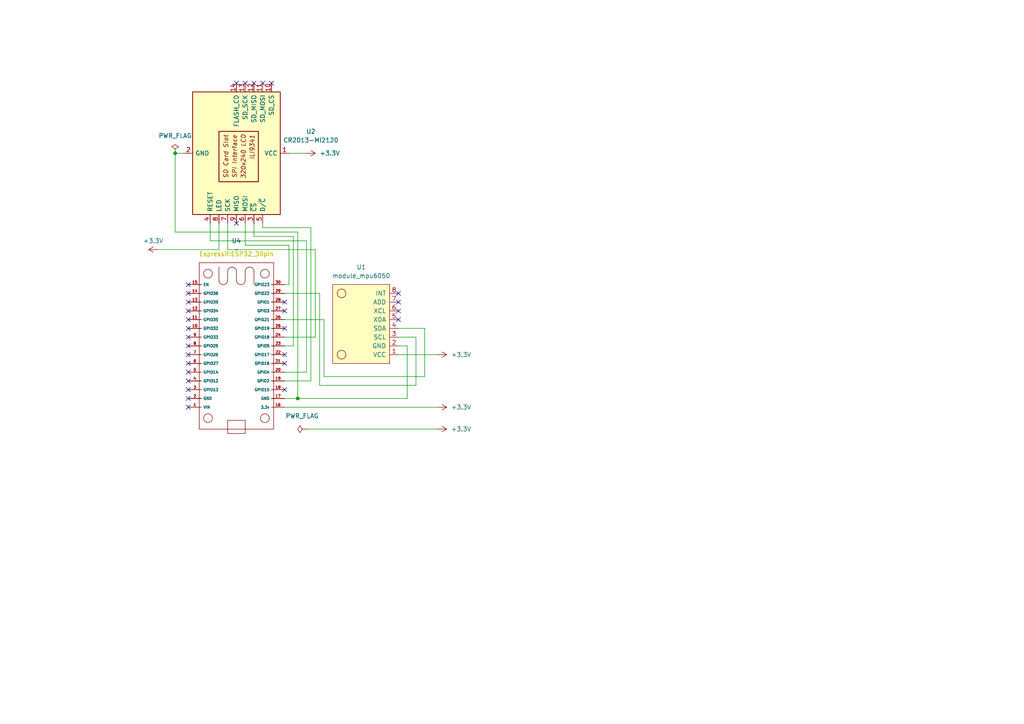
<source format=kicad_sch>
(kicad_sch (version 20231120) (generator "eeschema") (generator_version "8.0")
  (paper "A4")
  (lib_symbols
    (symbol "Driver_Display:CR2013-MI2120" (pin_names (offset 0.762))
      (property "Reference" "U" (at -17.526 13.97 0))
      (property "Value" "CR2013-MI2120" (at 1.905 13.97 0))
      (symbol "CR2013-MI2120_0_0"
        (text "320x240 LCD" (at 0.889 2.032 0) (effects (font (size 1.27 1.27) (italic yes))))
        (text "ILI9341" (at -5.461 4.572 0) (effects (font (size 1.27 1.27) (italic yes)) (justify left)))
        (text "SD Card Slot" (at -5.461 -3.048 0) (effects (font (size 1.27 1.27) (italic yes)) (justify left)))
        (text "SPI Interface" (at -5.461 -0.508 0) (effects (font (size 1.27 1.27) (italic yes)) (justify left)))
      )
      (symbol "CR2013-MI2120_0_1"
        (rectangle (start -17.78 12.7) (end 17.78 -12.7) (stroke (width 0.254)) (fill (type background)))
        (rectangle (start -6.35 6.35) (end 8.255 -5.08) (stroke (width 0.254)))
      )
      (symbol "CR2013-MI2120_1_1"
        (pin power_in line (at 0 15.24 270) (length 2.54) (name "VCC") (number "1"))
        (pin input line (at -20.32 10.16 0) (length 2.54) (name "SD_CS") (number "10"))
        (pin input line (at -20.32 7.62 0) (length 2.54) (name "SD_MOSI") (number "11"))
        (pin output line (at -20.32 5.08 0) (length 2.54) (name "SD_MISO") (number "12"))
        (pin input line (at -20.32 2.54 0) (length 2.54) (name "SD_SCK") (number "13"))
        (pin input line (at -20.32 0 0) (length 2.54) (name "FLASH_CD") (number "14"))
        (pin power_in line (at 0 -15.24 90) (length 2.54) (name "GND") (number "2"))
        (pin input line (at 20.32 5.08 180) (length 2.54) (name "~{CS}") (number "3"))
        (pin input line (at 20.32 -7.62 180) (length 2.54) (name "RESET") (number "4"))
        (pin input line (at 20.32 7.62 180) (length 2.54) (name "D/~{C}") (number "5"))
        (pin input line (at 20.32 2.54 180) (length 2.54) (name "MOSI") (number "6"))
        (pin input line (at 20.32 -2.54 180) (length 2.54) (name "SCK") (number "7"))
        (pin input line (at 20.32 -5.08 180) (length 2.54) (name "LED") (number "8"))
        (pin output line (at 20.32 0 180) (length 2.54) (name "MISO") (number "9"))
      )
    )
    (symbol "esp32_30pin:ESP32_30Pin"
      (property "Reference" "U4" (at -30.48 0 90))
      (property "Value" "~" (at -27.94 0 90))
      (property "Footprint" "Espressif:ESP32_30pin" (at -26.67 0 90))
      (symbol "ESP32_30Pin_0_1"
        (rectangle (start -24.13 10.795) (end 24.13 -10.795))
        (arc (start -22.8675 -1.2775) (mid -22.4933 -2.1733) (end -21.5975 -2.5475))
        (arc (start -22.8675 3.8025) (mid -22.4933 2.9067) (end -21.5975 2.5325))
        (arc (start -21.59 0) (mid -22.4873 -0.3727) (end -22.86 -1.27))
        (arc (start -21.59 5.08) (mid -22.4873 4.7073) (end -22.86 3.81))
        (circle (center -20.955 -8.255) (radius 1.27))
        (circle (center -20.955 8.255) (radius 1.27))
        (arc (start -19.0475 -5.0825) (mid -18.1502 -4.7098) (end -17.7775 -3.8125))
        (arc (start -19.0475 -0.0025) (mid -18.1502 0.3702) (end -17.7775 1.2675))
        (arc (start -17.77 -3.805) (mid -18.1442 -2.9092) (end -19.04 -2.535))
        (arc (start -17.77 1.275) (mid -18.1442 2.1708) (end -19.04 2.545))
        (polyline (pts (xy -21.59 -2.54) (xy -20.32 -2.54)))
        (polyline (pts (xy -21.59 0) (xy -20.32 0)))
        (polyline (pts (xy -21.59 2.54) (xy -20.32 2.54)))
        (polyline (pts (xy -21.59 5.08) (xy -20.32 5.08)))
        (polyline (pts (xy -20.32 -5.08) (xy -22.86 -5.08)))
        (polyline (pts (xy -20.32 5.08) (xy -17.78 5.08)))
        (polyline (pts (xy -19.0475 -5.0825) (xy -20.3175 -5.0825)))
        (polyline (pts (xy -19.0475 -2.5425) (xy -20.3175 -2.5425)))
        (polyline (pts (xy -19.0475 -0.0025) (xy -20.3175 -0.0025)))
        (polyline (pts (xy -19.0475 2.5375) (xy -20.3175 2.5375)))
        (circle (center 20.955 -8.255) (radius 1.27))
        (circle (center 20.955 8.255) (radius 1.27))
        (rectangle (start 21.59 2.54) (end 25.4 -2.54))
      )
      (symbol "ESP32_30Pin_1_1"
        (pin power_out line (at 17.78 -13.97 90) (length 3.81) (name "VIN") (number "1"))
        (pin bidirectional line (at -5.08 -13.97 90) (length 3.81) (name "GPIO32") (number "10"))
        (pin bidirectional line (at -7.62 -13.97 90) (length 3.81) (name "GPIO35") (number "11"))
        (pin bidirectional line (at -10.16 -13.97 90) (length 3.81) (name "GPIO34") (number "12"))
        (pin bidirectional line (at -12.7 -13.97 90) (length 3.81) (name "GPIO39") (number "13"))
        (pin bidirectional line (at -15.24 -13.97 90) (length 3.81) (name "GPIO36") (number "14"))
        (pin bidirectional line (at -17.78 -13.97 90) (length 3.81) (name "EN") (number "15"))
        (pin passive line (at 17.78 13.97 270) (length 3.81) (name "3.3v") (number "16"))
        (pin power_in line (at 15.24 13.97 270) (length 3.81) (name "GND") (number "17"))
        (pin bidirectional line (at 12.7 13.97 270) (length 3.81) (name "GPIO15") (number "18"))
        (pin bidirectional line (at 10.16 13.97 270) (length 3.81) (name "GPIO2") (number "19"))
        (pin bidirectional line (at 15.24 -13.97 90) (length 3.81) (name "GND") (number "2"))
        (pin bidirectional line (at 7.62 13.97 270) (length 3.81) (name "GPIO4") (number "20"))
        (pin bidirectional line (at 5.08 13.97 270) (length 3.81) (name "GPIO16") (number "21"))
        (pin bidirectional line (at 2.54 13.97 270) (length 3.81) (name "GPIO17") (number "22"))
        (pin bidirectional line (at 0 13.97 270) (length 3.81) (name "GPIO5") (number "23"))
        (pin bidirectional line (at -2.54 13.97 270) (length 3.81) (name "GPIO18") (number "24"))
        (pin bidirectional line (at -5.08 13.97 270) (length 3.81) (name "GPIO19") (number "25"))
        (pin bidirectional line (at -7.62 13.97 270) (length 3.81) (name "GPIO21") (number "26"))
        (pin bidirectional line (at -10.16 13.97 270) (length 3.81) (name "GPIO3") (number "27"))
        (pin bidirectional line (at -12.7 13.97 270) (length 3.81) (name "GPIO1") (number "28"))
        (pin bidirectional line (at -15.24 13.97 270) (length 3.81) (name "GPIO22") (number "29"))
        (pin bidirectional line (at 12.7 -13.97 90) (length 3.81) (name "GPIO13") (number "3"))
        (pin bidirectional line (at -17.78 13.97 270) (length 3.81) (name "GPIO23") (number "30"))
        (pin bidirectional line (at 10.16 -13.97 90) (length 3.81) (name "GPIO12") (number "4"))
        (pin bidirectional line (at 7.62 -13.97 90) (length 3.81) (name "GPIO14") (number "5"))
        (pin bidirectional line (at 5.08 -13.97 90) (length 3.81) (name "GPIO27") (number "6"))
        (pin bidirectional line (at 2.54 -13.97 90) (length 3.81) (name "GPIO26") (number "7"))
        (pin bidirectional line (at 0 -13.97 90) (length 3.81) (name "GPIO25") (number "8"))
        (pin bidirectional line (at -2.54 -13.97 90) (length 3.81) (name "GPIO33") (number "9"))
      )
    )
    (symbol "power:+3.3V" (power) (pin_numbers hide) (pin_names (offset 0) hide)
      (property "Value" "+3.3V" (at 0 3.556 0))
      (symbol "+3.3V_0_1"
        (polyline (pts (xy -0.762 1.27) (xy 0 2.54)))
        (polyline (pts (xy 0 0) (xy 0 2.54)))
        (polyline (pts (xy 0 2.54) (xy 0.762 1.27)))
      )
      (symbol "+3.3V_1_1"
        (pin power_in line (at 0 0 90) (length 0) (name "~") (number "1"))
      )
    )
    (symbol "power:PWR_FLAG" (power) (pin_numbers hide) (pin_names (offset 0) hide)
      (property "Value" "PWR_FLAG" (at 0 3.81 0))
      (symbol "PWR_FLAG_0_0"
        (pin power_out line (at 0 0 90) (length 0) (name "~") (number "1"))
      )
      (symbol "PWR_FLAG_0_1"
        (polyline (pts (xy 0 0) (xy 0 1.27) (xy -1.016 1.905) (xy 0 2.54) (xy 1.016 1.905) (xy 0 1.27)))
      )
    )
    (symbol "usini_sensors:module_mpu6050" (pin_names (offset 1.016))
      (property "Reference" "U" (at 2.54 21.59 0))
      (property "Value" "module_mpu6050" (at 11.43 -3.81 0))
      (symbol "module_mpu6050_0_1"
        (rectangle (start 2.54 20.32) (end 19.05 -2.54) (fill (type background)))
        (circle (center 16.51 0) (radius 1.27))
        (circle (center 16.51 17.78) (radius 1.27))
      )
      (symbol "module_mpu6050_1_1"
        (pin input line (at 0 17.78 0) (length 2.54) (name "VCC") (number "1"))
        (pin input line (at 0 15.24 0) (length 2.54) (name "GND") (number "2"))
        (pin input line (at 0 12.7 0) (length 2.54) (name "SCL") (number "3"))
        (pin input line (at 0 10.16 0) (length 2.54) (name "SDA") (number "4"))
        (pin input line (at 0 7.62 0) (length 2.54) (name "XDA") (number "5"))
        (pin input line (at 0 5.08 0) (length 2.54) (name "XCL") (number "6"))
        (pin input line (at 0 2.54 0) (length 2.54) (name "ADD") (number "7"))
        (pin input line (at 0 0 0) (length 2.54) (name "INT") (number "8"))
      )
    )
  )
  (junction (at 50.8 44.45))
  (junction (at 86.36 115.57))
  (no_connect (at 71.12 24.13))
  (no_connect (at 73.66 24.13))
  (no_connect (at 54.61 100.33))
  (no_connect (at 82.55 95.25))
  (no_connect (at 115.57 85.09))
  (no_connect (at 82.55 113.03))
  (no_connect (at 54.61 85.09))
  (no_connect (at 54.61 92.71))
  (no_connect (at 54.61 82.55))
  (no_connect (at 54.61 107.95))
  (no_connect (at 54.61 115.57))
  (no_connect (at 76.2 24.13))
  (no_connect (at 54.61 97.79))
  (no_connect (at 54.61 110.49))
  (no_connect (at 54.61 90.17))
  (no_connect (at 115.57 87.63))
  (no_connect (at 54.61 113.03))
  (no_connect (at 115.57 90.17))
  (no_connect (at 54.61 102.87))
  (no_connect (at 68.58 24.13))
  (no_connect (at 115.57 92.71))
  (no_connect (at 82.55 105.41))
  (no_connect (at 78.74 24.13))
  (no_connect (at 54.61 87.63))
  (no_connect (at 54.61 95.25))
  (no_connect (at 82.55 102.87))
  (no_connect (at 54.61 105.41))
  (no_connect (at 54.61 118.11))
  (no_connect (at 68.58 64.77))
  (no_connect (at 82.55 90.17))
  (no_connect (at 82.55 87.63))
  (wire (pts (xy 50.8 44.45) (xy 53.34 44.45)))
  (wire (pts (xy 60.96 69.85) (xy 60.96 64.77)))
  (wire (pts (xy 92.71 85.09) (xy 82.55 85.09)))
  (wire (pts (xy 120.65 111.76) (xy 92.71 111.76)))
  (wire (pts (xy 86.36 115.57) (xy 118.11 115.57)))
  (wire (pts (xy 82.55 115.57) (xy 86.36 115.57)))
  (wire (pts (xy 115.57 97.79) (xy 120.65 97.79)))
  (wire (pts (xy 115.57 95.25) (xy 123.19 95.25)))
  (wire (pts (xy 92.71 111.76) (xy 92.71 85.09)))
  (wire (pts (xy 85.09 68.58) (xy 85.09 100.33)))
  (wire (pts (xy 123.19 109.22) (xy 93.98 109.22)))
  (wire (pts (xy 123.19 95.25) (xy 123.19 109.22)))
  (wire (pts (xy 115.57 102.87) (xy 127 102.87)))
  (wire (pts (xy 127 118.11) (xy 82.55 118.11)))
  (wire (pts (xy 76.2 66.04) (xy 90.17 66.04)))
  (wire (pts (xy 91.44 97.79) (xy 91.44 72.39)))
  (wire (pts (xy 71.12 71.12) (xy 83.82 71.12)))
  (wire (pts (xy 83.82 82.55) (xy 82.55 82.55)))
  (wire (pts (xy 90.17 110.49) (xy 82.55 110.49)))
  (wire (pts (xy 66.04 72.39) (xy 66.04 64.77)))
  (wire (pts (xy 120.65 97.79) (xy 120.65 111.76)))
  (wire (pts (xy 73.66 64.77) (xy 73.66 68.58)))
  (wire (pts (xy 83.82 71.12) (xy 83.82 82.55)))
  (wire (pts (xy 86.36 115.57) (xy 86.36 67.31)))
  (wire (pts (xy 82.55 97.79) (xy 91.44 97.79)))
  (wire (pts (xy 45.72 72.39) (xy 63.5 72.39)))
  (wire (pts (xy 88.9 107.95) (xy 88.9 69.85)))
  (wire (pts (xy 93.98 92.71) (xy 82.55 92.71)))
  (wire (pts (xy 88.9 124.46) (xy 127 124.46)))
  (wire (pts (xy 86.36 67.31) (xy 50.8 67.31)))
  (wire (pts (xy 118.11 100.33) (xy 118.11 115.57)))
  (wire (pts (xy 93.98 109.22) (xy 93.98 92.71)))
  (wire (pts (xy 50.8 67.31) (xy 50.8 44.45)))
  (wire (pts (xy 85.09 100.33) (xy 82.55 100.33)))
  (wire (pts (xy 91.44 72.39) (xy 66.04 72.39)))
  (wire (pts (xy 115.57 100.33) (xy 118.11 100.33)))
  (wire (pts (xy 90.17 66.04) (xy 90.17 110.49)))
  (wire (pts (xy 76.2 64.77) (xy 76.2 66.04)))
  (wire (pts (xy 71.12 64.77) (xy 71.12 71.12)))
  (wire (pts (xy 88.9 69.85) (xy 60.96 69.85)))
  (wire (pts (xy 82.55 107.95) (xy 88.9 107.95)))
  (wire (pts (xy 73.66 68.58) (xy 85.09 68.58)))
  (wire (pts (xy 83.82 44.45) (xy 88.9 44.45)))
  (wire (pts (xy 63.5 72.39) (xy 63.5 64.77)))
  (symbol (lib_id "usini_sensors:module_mpu6050") (at 115.57 85.09 180) (unit 1)
    (property "Reference" "U1" (at 104.775 77.47 0))
    (property "Value" "module_mpu6050" (at 104.775 80.01 0))
    (property "Footprint" "usini_sensors:module_mpu6050" (effects (hide yes)))
  )
  (symbol (lib_id "Driver_Display:CR2013-MI2120") (at 68.58 44.45 270) (unit 1)
    (property "Reference" "U2" (at 90.17 38.1314 90))
    (property "Value" "CR2013-MI2120" (at 90.17 40.6714 90))
    (property "Footprint" "Display:CR2013-MI2120" (effects (hide yes)))
    (property "Datasheet" "http://pan.baidu.com/s/11Y990" (effects (hide yes)))
    (property "Description" "ILI9341 controller, SPI TFT LCD Display, 9-pin breakout PCB, 4-pin SD card interface, 5V/3.3V" (effects (hide yes)))
  )
  (symbol (lib_id "power:+3.3V") (at 127 124.46 270) (unit 1)
    (property "Reference" "#PWR4" (effects (hide yes)))
    (property "Value" "+3.3V" (at 130.81 124.4599 90) (effects (justify left)))
    (property "Description" "Power symbol creates a global label with name \"+3.3V\"" (effects (hide yes)))
  )
  (symbol (lib_id "power:PWR_FLAG") (at 88.9 124.46 90) (unit 1)
    (property "Reference" "#FLG2" (effects (hide yes)))
    (property "Value" "PWR_FLAG" (at 87.63 120.65 90))
    (property "Description" "Special symbol for telling ERC where power comes from" (effects (hide yes)))
  )
  (symbol (lib_id "power:+3.3V") (at 127 102.87 270) (unit 1)
    (property "Reference" "#PWR2" (effects (hide yes)))
    (property "Value" "+3.3V" (at 130.81 102.8699 90) (effects (justify left)))
    (property "Description" "Power symbol creates a global label with name \"+3.3V\"" (effects (hide yes)))
  )
  (symbol (lib_id "esp32_30pin:ESP32_30Pin") (at 68.58 100.33 270) (unit 1)
    (property "Reference" "U4" (at 68.58 69.85 90))
    (property "Value" "~" (at 68.58 72.39 90))
    (property "Footprint" "Espressif:ESP32_30pin" (at 68.58 73.66 90))
  )
  (symbol (lib_id "power:+3.3V") (at 127 118.11 270) (unit 1)
    (property "Reference" "#PWR1" (effects (hide yes)))
    (property "Value" "+3.3V" (at 130.81 118.1099 90) (effects (justify left)))
    (property "Description" "Power symbol creates a global label with name \"+3.3V\"" (effects (hide yes)))
  )
  (symbol (lib_id "power:PWR_FLAG") (at 50.8 44.45 0) (unit 1)
    (property "Reference" "#FLG1" (effects (hide yes)))
    (property "Value" "PWR_FLAG" (at 50.8 39.37 0))
    (property "Description" "Special symbol for telling ERC where power comes from" (effects (hide yes)))
  )
  (symbol (lib_id "power:+3.3V") (at 88.9 44.45 270) (unit 1)
    (property "Reference" "#PWR3" (effects (hide yes)))
    (property "Value" "+3.3V" (at 92.71 44.4499 90) (effects (justify left)))
    (property "Description" "Power symbol creates a global label with name \"+3.3V\"" (effects (hide yes)))
  )
  (symbol (lib_id "power:+3.3V") (at 45.72 72.39 90) (unit 1)
    (property "Reference" "#PWR5" (effects (hide yes)))
    (property "Value" "+3.3V" (at 44.45 69.85 90))
    (property "Description" "Power symbol creates a global label with name \"+3.3V\"" (effects (hide yes)))
  )
)
</source>
